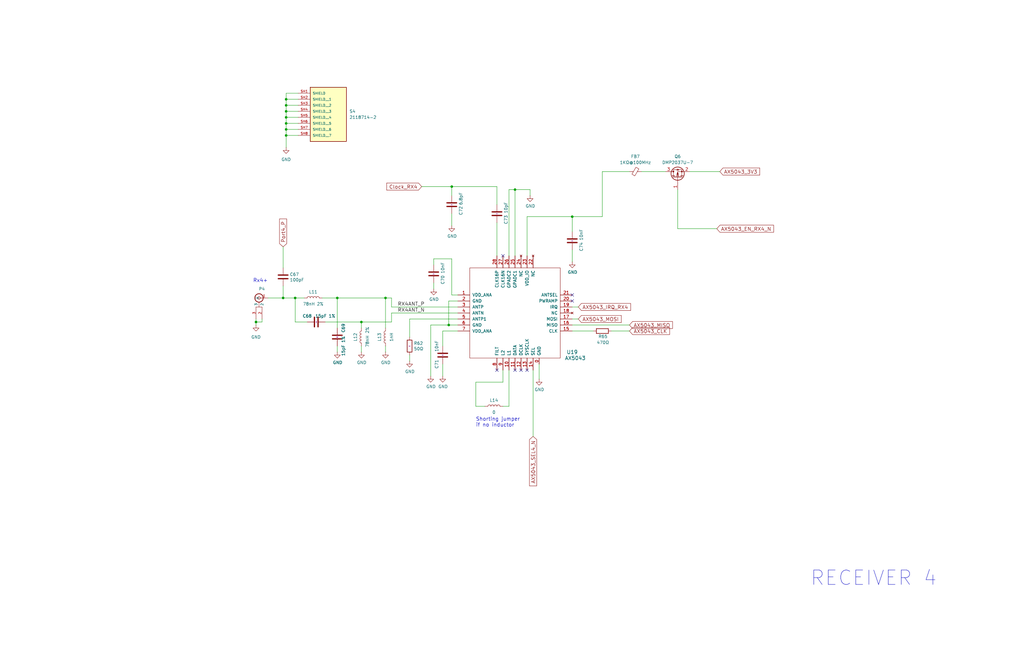
<source format=kicad_sch>
(kicad_sch (version 20250114) (generator "eeschema") (generator_version "9.0")
  (paper "USLedger")
  (title_block (title "Radiation Tolerant PacSat Communication") (date "2023-06-17") (rev "A") (company "AMSAT-NA") (comment 1 "N5BRG"))
  (lib_symbols
    (symbol "Device:C" (pin_numbers (hide yes)) (pin_names (offset 0.254))
      (property "Reference" "C" (at 0.635 2.54 0))
      (property "Value" "C" (at 0.635 -2.54 0))
      (symbol "C_0_1"
        (polyline (pts (xy -2.032 0.762) (xy 2.032 0.762)) (stroke (width 0.508)))
        (polyline (pts (xy -2.032 -0.762) (xy 2.032 -0.762)) (stroke (width 0.508)))
      )
      (symbol "C_1_1"
        (pin passive line (at 0 3.81 270) (length 2.794) (name "~") (number "1"))
        (pin passive line (at 0 -3.81 90) (length 2.794) (name "~") (number "2"))
      )
    )
    (symbol "Device:FerriteBead_Small" (pin_numbers (hide yes)) (pin_names (offset 0))
      (property "Reference" "FB" (at 1.905 1.27 0))
      (property "Value" "FerriteBead_Small" (at 1.905 -1.27 0))
      (symbol "FerriteBead_Small_0_1"
        (polyline (pts (xy -1.8288 0.2794) (xy -1.1176 1.4986) (xy 1.8288 -0.2032) (xy 1.1176 -1.4224) (xy -1.8288 0.2794)))
        (polyline (pts (xy 0 0.889) (xy 0 1.2954)))
        (polyline (pts (xy 0 -1.27) (xy 0 -0.7874)))
      )
      (symbol "FerriteBead_Small_1_1"
        (pin passive line (at 0 2.54 270) (length 1.27) (name "~") (number "1"))
        (pin passive line (at 0 -2.54 90) (length 1.27) (name "~") (number "2"))
      )
    )
    (symbol "Device:L" (pin_numbers (hide yes)) (pin_names (offset 1.016) (hide yes))
      (property "Reference" "L" (at -1.27 0 90))
      (property "Value" "L" (at 1.905 0 90))
      (symbol "L_0_1"
        (arc (start 0 2.54) (mid 0.6323 1.905) (end 0 1.27))
        (arc (start 0 1.27) (mid 0.6323 0.635) (end 0 0))
        (arc (start 0 0) (mid 0.6323 -0.635) (end 0 -1.27))
        (arc (start 0 -1.27) (mid 0.6323 -1.905) (end 0 -2.54))
      )
      (symbol "L_1_1"
        (pin passive line (at 0 3.81 270) (length 1.27) (name "1") (number "1"))
        (pin passive line (at 0 -3.81 90) (length 1.27) (name "2") (number "2"))
      )
    )
    (symbol "Device:R" (pin_numbers (hide yes)) (pin_names (offset 0))
      (property "Reference" "R" (at 2.032 0 90))
      (property "Value" "R" (at 0 0 90))
      (symbol "R_0_1"
        (rectangle (start -1.016 -2.54) (end 1.016 2.54) (stroke (width 0.254)))
      )
      (symbol "R_1_1"
        (pin passive line (at 0 3.81 270) (length 1.27) (name "~") (number "1"))
        (pin passive line (at 0 -3.81 90) (length 1.27) (name "~") (number "2"))
      )
    )
    (symbol "PACSAT_DEV_misc:2118714-2" (pin_names (offset 1.016))
      (property "Reference" "J" (at -7.62 3.302 0))
      (property "Value" "2118714-2" (at -7.62 -22.86 0))
      (symbol "2118714-2_0_0"
        (rectangle (start -7.62 -20.32) (end 7.62 2.54) (stroke (width 0.254)) (fill (type background)))
        (pin passive line (at -12.7 0 0) (length 5.08) (name "SHIELD") (number "SH1"))
        (pin passive line (at -12.7 -2.54 0) (length 5.08) (name "SHIELD__1") (number "SH2"))
        (pin passive line (at -12.7 -5.08 0) (length 5.08) (name "SHIELD__2") (number "SH3"))
        (pin passive line (at -12.7 -7.62 0) (length 5.08) (name "SHIELD__3") (number "SH4"))
        (pin passive line (at -12.7 -10.16 0) (length 5.08) (name "SHIELD__4") (number "SH5"))
        (pin passive line (at -12.7 -12.7 0) (length 5.08) (name "SHIELD__5") (number "SH6"))
        (pin passive line (at -12.7 -15.24 0) (length 5.08) (name "SHIELD__6") (number "SH7"))
        (pin passive line (at -12.7 -17.78 0) (length 5.08) (name "SHIELD__7") (number "SH8"))
      )
    )
    (symbol "PACSAT_DEV_misc:AX5043" (pin_names (offset 1.016))
      (property "Reference" "U156" (at 16.51 -21.59 0))
      (property "Value" "AX5043" (at -5.08 0 0))
      (symbol "AX5043_0_1"
        (rectangle (start -19.05 19.05) (end 19.05 -19.05))
      )
      (symbol "AX5043_1_1"
        (pin passive line (at -24.13 7.62 0) (length 5.08) (name "VDD_ANA") (number "1"))
        (pin input line (at -24.13 5.08 0) (length 5.08) (name "GND") (number "2"))
        (pin bidirectional line (at -24.13 2.54 0) (length 5.08) (name "ANTP") (number "3"))
        (pin bidirectional line (at -24.13 0 0) (length 5.08) (name "ANTN") (number "4"))
        (pin output line (at -24.13 -2.54 0) (length 5.08) (name "ANTP1") (number "5"))
        (pin input line (at -24.13 -5.08 0) (length 5.08) (name "GND") (number "6"))
        (pin passive line (at -24.13 -7.62 0) (length 5.08) (name "VDD_ANA") (number "7"))
        (pin passive line (at -7.62 24.13 270) (length 5.08) (name "CLK16P") (number "28"))
        (pin passive line (at -7.62 -24.13 90) (length 5.08) (name "FILT") (number "8"))
        (pin passive line (at -5.08 24.13 270) (length 5.08) (name "CLK16N") (number "27"))
        (pin passive line (at -5.08 -24.13 90) (length 5.08) (name "L2") (number "9"))
        (pin input line (at -2.54 24.13 270) (length 5.08) (name "GPADC2") (number "26"))
        (pin passive line (at -2.54 -24.13 90) (length 5.08) (name "L1") (number "10"))
        (pin input line (at 0 24.13 270) (length 5.08) (name "GPADC1") (number "25"))
        (pin input line (at 0 -24.13 90) (length 5.08) (name "DATA") (number "11"))
        (pin no_connect line (at 2.54 24.13 270) (length 5.08) (name "NC") (number "24"))
        (pin input line (at 2.54 -24.13 90) (length 5.08) (name "DCLK") (number "12"))
        (pin passive line (at 5.08 24.13 270) (length 5.08) (name "VDD_IO") (number "23"))
        (pin output line (at 5.08 -24.13 90) (length 5.08) (name "SYSCLK") (number "13"))
        (pin no_connect line (at 7.62 24.13 270) (length 5.08) (name "NC") (number "22"))
        (pin input line (at 7.62 -24.13 90) (length 5.08) (name "SEL") (number "14"))
        (pin power_in line (at 10.16 -21.59 90) (length 2.54) (name "GND") (number "0"))
        (pin output line (at 24.13 7.62 180) (length 5.08) (name "ANTSEL") (number "21"))
        (pin output line (at 24.13 5.08 180) (length 5.08) (name "PWRAMP") (number "20"))
        (pin output line (at 24.13 2.54 180) (length 5.08) (name "IRQ") (number "19"))
        (pin no_connect line (at 24.13 0 180) (length 5.08) (name "NC") (number "18"))
        (pin input line (at 24.13 -2.54 180) (length 5.08) (name "MOSI") (number "17"))
        (pin tri_state line (at 24.13 -5.08 180) (length 5.08) (name "MISO") (number "16"))
        (pin input line (at 24.13 -7.62 180) (length 5.08) (name "CLK") (number "15"))
      )
    )
    (symbol "PACSAT_DEV_misc:U_FL"
      (property "Reference" "U" (at -3.81 2.54 0))
      (symbol "U_FL_0_1"
        (polyline (pts (xy -1.27 -3.81) (xy 1.27 -3.81)))
        (circle (center 0 0) (radius 0.508) (stroke (width 0.2032)))
        (circle (center 0 0) (radius 1.778) (stroke (width 0.3048)))
        (polyline (pts (xy 0 -3.81) (xy 0 -1.778)))
      )
      (symbol "U_FL_1_1"
        (pin bidirectional line (at -3.81 0 0) (length 3.302) (name "In") (number "1"))
        (pin power_in line (at -1.27 -8.89 90) (length 5.08) (name "2") (number "2"))
        (pin power_in line (at 1.27 -8.89 90) (length 5.08) (name "3") (number "3"))
      )
    )
    (symbol "Transistor_FET:Q_PMOS_GSD" (pin_names (offset 0) (hide yes))
      (property "Reference" "Q" (at 5.08 1.905 0))
      (property "Value" "Q_PMOS_GSD" (at 5.08 0 0))
      (symbol "Q_PMOS_GSD_0_1"
        (polyline (pts (xy 0.254 1.905) (xy 0.254 -1.905)) (stroke (width 0.254)))
        (polyline (pts (xy 0.254 0) (xy -2.54 0)))
        (polyline (pts (xy 0.762 2.286) (xy 0.762 1.27)) (stroke (width 0.254)))
        (polyline (pts (xy 0.762 1.778) (xy 3.302 1.778) (xy 3.302 -1.778) (xy 0.762 -1.778)))
        (polyline (pts (xy 0.762 0.508) (xy 0.762 -0.508)) (stroke (width 0.254)))
        (polyline (pts (xy 0.762 -1.27) (xy 0.762 -2.286)) (stroke (width 0.254)))
        (circle (center 1.651 0) (radius 2.794) (stroke (width 0.254)))
        (polyline (pts (xy 2.286 0) (xy 1.27 0.381) (xy 1.27 -0.381) (xy 2.286 0)) (fill (type outline)))
        (polyline (pts (xy 2.54 2.54) (xy 2.54 1.778)))
        (circle (center 2.54 1.778) (radius 0.254) (fill (type outline)))
        (circle (center 2.54 -1.778) (radius 0.254) (fill (type outline)))
        (polyline (pts (xy 2.54 -2.54) (xy 2.54 0) (xy 0.762 0)))
        (polyline (pts (xy 2.921 -0.381) (xy 3.683 -0.381)))
        (polyline (pts (xy 3.302 -0.381) (xy 2.921 0.254) (xy 3.683 0.254) (xy 3.302 -0.381)))
      )
      (symbol "Q_PMOS_GSD_1_1"
        (pin input line (at -5.08 0 0) (length 2.54) (name "G") (number "1"))
        (pin passive line (at 2.54 5.08 270) (length 2.54) (name "D") (number "3"))
        (pin passive line (at 2.54 -5.08 90) (length 2.54) (name "S") (number "2"))
      )
    )
    (symbol "power:GND" (power) (pin_numbers (hide yes)) (pin_names (offset 0) (hide yes))
      (property "Value" "GND" (at 0 -3.81 0))
      (symbol "GND_0_1"
        (polyline (pts (xy 0 0) (xy 0 -1.27) (xy 1.27 -1.27) (xy 0 -2.54) (xy -1.27 -1.27) (xy 0 -1.27)))
      )
      (symbol "GND_1_1"
        (pin power_in line (at 0 0 270) (length 0) (name "~") (number "1"))
      )
    )
  )
  (text "RECEIVER 4" (at 341.63 247.65 0) (effects (font (size 6.096 6.096)) (justify left bottom)))
  (text "Shorting jumper\nif no inductor" (at 200.66 180.34 0) (effects (font (size 1.524 1.524)) (justify left bottom)))
  (text "Rx4+" (at 106.68 119.38 0) (effects (font (size 1.524 1.524)) (justify left bottom)))
  (junction (at 152.4 135.89))
  (junction (at 107.95 135.89))
  (junction (at 189.23 137.16))
  (junction (at 142.24 125.73))
  (junction (at 120.65 52.07))
  (junction (at 217.17 80.01))
  (junction (at 119.38 125.73))
  (junction (at 120.65 44.45))
  (junction (at 162.56 125.73))
  (junction (at 120.65 46.99))
  (junction (at 120.65 57.15))
  (junction (at 120.65 54.61))
  (junction (at 124.46 125.73))
  (junction (at 120.65 41.91))
  (junction (at 190.5 78.74))
  (junction (at 120.65 49.53))
  (junction (at 241.3 91.44))
  (no_connect (at 219.71 156.21))
  (no_connect (at 209.55 156.21))
  (no_connect (at 212.09 107.95))
  (no_connect (at 241.3 124.46))
  (no_connect (at 222.25 156.21))
  (no_connect (at 217.17 156.21))
  (no_connect (at 241.3 127))
  (wire (pts (xy 254 72.39) (xy 265.43 72.39)))
  (wire (pts (xy 190.5 109.22) (xy 182.88 109.22)))
  (wire (pts (xy 189.23 137.16) (xy 193.04 137.16)))
  (wire (pts (xy 162.56 146.05) (xy 162.56 148.59)))
  (wire (pts (xy 119.38 125.73) (xy 124.46 125.73)))
  (wire (pts (xy 241.3 91.44) (xy 254 91.44)))
  (wire (pts (xy 172.72 134.62) (xy 193.04 134.62)))
  (wire (pts (xy 107.95 135.89) (xy 110.49 135.89)))
  (wire (pts (xy 212.09 171.45) (xy 214.63 171.45)))
  (wire (pts (xy 217.17 80.01) (xy 217.17 107.95)))
  (wire (pts (xy 120.65 52.07) (xy 120.65 54.61)))
  (wire (pts (xy 177.8 78.74) (xy 190.5 78.74)))
  (wire (pts (xy 190.5 124.46) (xy 190.5 109.22)))
  (wire (pts (xy 209.55 93.98) (xy 209.55 107.95)))
  (wire (pts (xy 142.24 146.05) (xy 142.24 148.59)))
  (wire (pts (xy 120.65 44.45) (xy 120.65 46.99)))
  (wire (pts (xy 110.49 134.62) (xy 110.49 135.89)))
  (wire (pts (xy 142.24 125.73) (xy 142.24 138.43)))
  (wire (pts (xy 227.33 153.67) (xy 227.33 160.02)))
  (wire (pts (xy 285.75 96.52) (xy 302.26 96.52)))
  (wire (pts (xy 212.09 161.29) (xy 200.66 161.29)))
  (wire (pts (xy 120.65 39.37) (xy 125.73 39.37)))
  (wire (pts (xy 182.88 109.22) (xy 182.88 111.76)))
  (wire (pts (xy 241.3 97.79) (xy 241.3 91.44)))
  (wire (pts (xy 182.88 119.38) (xy 182.88 121.92)))
  (wire (pts (xy 120.65 54.61) (xy 125.73 54.61)))
  (wire (pts (xy 120.65 39.37) (xy 120.65 41.91)))
  (wire (pts (xy 107.95 134.62) (xy 107.95 135.89)))
  (wire (pts (xy 152.4 135.89) (xy 152.4 138.43)))
  (wire (pts (xy 120.65 52.07) (xy 125.73 52.07)))
  (wire (pts (xy 120.65 44.45) (xy 125.73 44.45)))
  (wire (pts (xy 181.61 137.16) (xy 189.23 137.16)))
  (wire (pts (xy 214.63 156.21) (xy 214.63 171.45)))
  (wire (pts (xy 119.38 120.65) (xy 119.38 125.73)))
  (wire (pts (xy 162.56 125.73) (xy 165.1 125.73)))
  (wire (pts (xy 120.65 46.99) (xy 120.65 49.53)))
  (wire (pts (xy 200.66 161.29) (xy 200.66 171.45)))
  (wire (pts (xy 193.04 127) (xy 189.23 127)))
  (wire (pts (xy 120.65 57.15) (xy 120.65 62.23)))
  (wire (pts (xy 222.25 91.44) (xy 241.3 91.44)))
  (wire (pts (xy 135.89 125.73) (xy 142.24 125.73)))
  (wire (pts (xy 241.3 129.54) (xy 243.84 129.54)))
  (wire (pts (xy 290.83 72.39) (xy 303.53 72.39)))
  (wire (pts (xy 120.65 41.91) (xy 120.65 44.45)))
  (wire (pts (xy 241.3 134.62) (xy 243.84 134.62)))
  (wire (pts (xy 224.79 156.21) (xy 224.79 184.15)))
  (wire (pts (xy 223.52 80.01) (xy 223.52 82.55)))
  (wire (pts (xy 165.1 129.54) (xy 193.04 129.54)))
  (wire (pts (xy 241.3 105.41) (xy 241.3 110.49)))
  (wire (pts (xy 120.65 46.99) (xy 125.73 46.99)))
  (wire (pts (xy 186.69 139.7) (xy 186.69 146.05)))
  (wire (pts (xy 285.75 80.01) (xy 285.75 96.52)))
  (wire (pts (xy 190.5 78.74) (xy 190.5 82.55)))
  (wire (pts (xy 222.25 107.95) (xy 222.25 91.44)))
  (wire (pts (xy 214.63 80.01) (xy 217.17 80.01)))
  (wire (pts (xy 270.51 72.39) (xy 280.67 72.39)))
  (wire (pts (xy 124.46 125.73) (xy 128.27 125.73)))
  (wire (pts (xy 190.5 90.17) (xy 190.5 95.25)))
  (wire (pts (xy 257.81 139.7) (xy 265.43 139.7)))
  (wire (pts (xy 193.04 124.46) (xy 190.5 124.46)))
  (wire (pts (xy 165.1 125.73) (xy 165.1 129.54)))
  (wire (pts (xy 142.24 125.73) (xy 162.56 125.73)))
  (wire (pts (xy 120.65 49.53) (xy 125.73 49.53)))
  (wire (pts (xy 209.55 78.74) (xy 209.55 86.36)))
  (wire (pts (xy 254 72.39) (xy 254 91.44)))
  (wire (pts (xy 181.61 158.75) (xy 181.61 137.16)))
  (wire (pts (xy 120.65 54.61) (xy 120.65 57.15)))
  (wire (pts (xy 113.03 125.73) (xy 119.38 125.73)))
  (wire (pts (xy 200.66 171.45) (xy 204.47 171.45)))
  (wire (pts (xy 120.65 41.91) (xy 125.73 41.91)))
  (wire (pts (xy 165.1 135.89) (xy 165.1 132.08)))
  (wire (pts (xy 137.16 135.89) (xy 152.4 135.89)))
  (wire (pts (xy 241.3 139.7) (xy 250.19 139.7)))
  (wire (pts (xy 241.3 137.16) (xy 265.43 137.16)))
  (wire (pts (xy 120.65 57.15) (xy 125.73 57.15)))
  (wire (pts (xy 217.17 80.01) (xy 223.52 80.01)))
  (wire (pts (xy 129.54 135.89) (xy 124.46 135.89)))
  (wire (pts (xy 172.72 134.62) (xy 172.72 142.24)))
  (wire (pts (xy 165.1 132.08) (xy 193.04 132.08)))
  (wire (pts (xy 120.65 49.53) (xy 120.65 52.07)))
  (wire (pts (xy 193.04 139.7) (xy 186.69 139.7)))
  (wire (pts (xy 119.38 104.14) (xy 119.38 113.03)))
  (wire (pts (xy 186.69 153.67) (xy 186.69 158.75)))
  (wire (pts (xy 189.23 127) (xy 189.23 137.16)))
  (wire (pts (xy 162.56 125.73) (xy 162.56 138.43)))
  (wire (pts (xy 107.95 135.89) (xy 107.95 137.16)))
  (wire (pts (xy 214.63 80.01) (xy 214.63 107.95)))
  (wire (pts (xy 152.4 135.89) (xy 165.1 135.89)))
  (wire (pts (xy 209.55 78.74) (xy 190.5 78.74)))
  (wire (pts (xy 212.09 156.21) (xy 212.09 161.29)))
  (wire (pts (xy 124.46 135.89) (xy 124.46 125.73)))
  (wire (pts (xy 172.72 149.86) (xy 172.72 152.4)))
  (wire (pts (xy 152.4 146.05) (xy 152.4 148.59)))
  (label "RX4ANT_N" (at 167.64 132.08 0) (effects (font (size 1.524 1.524))))
  (label "RX4ANT_P" (at 167.64 129.54 0) (effects (font (size 1.524 1.524))))
  (global_label "Clock_RX4" (shape input) (at 177.8 78.74 180) (effects (font (size 1.524 1.524))) (property "Intersheetrefs" "${INTERSHEET_REFS}" (effects (hide yes))))
  (global_label "Port4_P" (shape input) (at 119.38 104.14 90) (effects (font (size 1.524 1.524))) (property "Intersheetrefs" "${INTERSHEET_REFS}" (effects (hide yes))))
  (global_label "AX5043_MISO" (shape input) (at 265.43 137.16 0) (effects (font (size 1.524 1.524))) (property "Intersheetrefs" "${INTERSHEET_REFS}" (effects (hide yes))))
  (global_label "AX5043_3V3" (shape input) (at 303.53 72.39 0) (effects (font (size 1.524 1.524))) (property "Intersheetrefs" "${INTERSHEET_REFS}" (effects (hide yes))))
  (global_label "AX5043_IRQ_RX4" (shape input) (at 243.84 129.54 0) (effects (font (size 1.524 1.524))) (property "Intersheetrefs" "${INTERSHEET_REFS}" (effects (hide yes))))
  (global_label "AX5043_SEL4_N" (shape input) (at 224.79 184.15 270) (effects (font (size 1.524 1.524))) (property "Intersheetrefs" "${INTERSHEET_REFS}" (effects (hide yes))))
  (global_label "AX5043_EN_RX4_N" (shape input) (at 302.26 96.52 0) (effects (font (size 1.524 1.524))) (property "Intersheetrefs" "${INTERSHEET_REFS}" (effects (hide yes))))
  (global_label "AX5043_CLK" (shape input) (at 265.43 139.7 0) (effects (font (size 1.524 1.524))) (property "Intersheetrefs" "${INTERSHEET_REFS}" (effects (hide yes))))
  (global_label "AX5043_MOSI" (shape input) (at 243.84 134.62 0) (effects (font (size 1.524 1.524))) (property "Intersheetrefs" "${INTERSHEET_REFS}" (effects (hide yes))))
  (symbol (lib_id "power:GND") (at 142.24 148.59 0) (unit 1)
    (property "Reference" "#PWR0154" (effects (hide yes)))
    (property "Value" "GND" (at 142.367 152.9842 0))
  )
  (symbol (lib_id "power:GND") (at 227.33 160.02 0) (unit 1)
    (property "Reference" "#PWR0163" (effects (hide yes)))
    (property "Value" "GND" (at 227.457 164.4142 0))
  )
  (symbol (lib_id "Device:R") (at 172.72 146.05 0) (unit 1)
    (property "Reference" "R62" (at 174.498 144.8816 0) (effects (justify left)))
    (property "Value" "50Ω" (at 174.498 147.193 0) (effects (justify left)))
    (property "Footprint" "Resistor_SMD:R_0402_1005Metric_Pad0.72x0.64mm_HandSolder" (effects (hide yes)))
    (property "Datasheet" "~" (at 172.72 146.05 0))
  )
  (symbol (lib_id "Device:L") (at 208.28 171.45 90) (unit 1)
    (property "Reference" "L14" (at 208.28 168.91 90))
    (property "Value" "0" (at 208.28 173.99 90))
    (property "Footprint" "Inductor_SMD:L_0603_1608Metric_Pad1.05x0.95mm_HandSolder" (effects (hide yes)))
  )
  (symbol (lib_id "Device:C") (at 190.5 86.36 0) (unit 1)
    (property "Reference" "C72" (at 194.31 88.9 90))
    (property "Value" "6.8pF" (at 194.31 83.82 90))
    (property "Footprint" "Capacitor_SMD:C_0402_1005Metric_Pad0.74x0.62mm_HandSolder" (effects (hide yes)))
    (property "Datasheet" "~" (at 190.5 86.36 0))
  )
  (symbol (lib_id "Device:C") (at 209.55 90.17 0) (unit 1)
    (property "Reference" "C73" (at 213.36 92.71 90))
    (property "Value" "10pF" (at 213.36 87.63 90))
    (property "Footprint" "Capacitor_SMD:C_0402_1005Metric_Pad0.74x0.62mm_HandSolder" (effects (hide yes)))
    (property "Datasheet" "~" (at 209.55 90.17 0))
  )
  (symbol (lib_id "power:GND") (at 162.56 148.59 0) (unit 1)
    (property "Reference" "#PWR0156" (effects (hide yes)))
    (property "Value" "GND" (at 162.687 152.9842 0))
  )
  (symbol (lib_id "power:GND") (at 107.95 137.16 0) (unit 1)
    (property "Reference" "#PWR0152" (effects (hide yes)))
    (property "Value" "GND" (at 107.95 142.24 0))
  )
  (symbol (lib_id "power:GND") (at 182.88 121.92 0) (unit 1)
    (property "Reference" "#PWR0159" (effects (hide yes)))
    (property "Value" "GND" (at 183.007 126.3142 0))
  )
  (symbol (lib_id "power:GND") (at 172.72 152.4 0) (unit 1)
    (property "Reference" "#PWR0157" (effects (hide yes)))
    (property "Value" "GND" (at 172.847 156.7942 0))
  )
  (symbol (lib_id "power:GND") (at 190.5 95.25 0) (unit 1)
    (property "Reference" "#PWR0161" (effects (hide yes)))
    (property "Value" "GND" (at 190.627 99.6442 0))
  )
  (symbol (lib_id "Device:R") (at 254 139.7 90) (unit 1)
    (property "Reference" "R65" (at 254.254 141.986 90))
    (property "Value" "470Ω" (at 254.254 144.526 90))
    (property "Footprint" "Resistor_SMD:R_0402_1005Metric_Pad0.72x0.64mm_HandSolder" (effects (hide yes)))
    (property "Description" "Resistor" (effects (hide yes)))
  )
  (symbol (lib_id "power:GND") (at 223.52 82.55 0) (unit 1)
    (property "Reference" "#PWR0162" (effects (hide yes)))
    (property "Value" "GND" (at 223.647 86.9442 0))
  )
  (symbol (lib_id "PACSAT_DEV_misc:U_FL") (at 109.22 125.73 0) (mirror y) (unit 1)
    (property "Reference" "P4" (at 111.76 121.92 0) (effects (justify left)))
    (property "Value" "CONUFL001-SMD-T" (effects (hide yes)))
    (property "Footprint" "PacSatDev_misc:CONN1_CONUFL_TEC" (effects (hide yes)))
  )
  (symbol (lib_id "power:GND") (at 181.61 158.75 0) (unit 1)
    (property "Reference" "#PWR0158" (effects (hide yes)))
    (property "Value" "GND" (at 181.737 163.1442 0))
  )
  (symbol (lib_id "Device:L") (at 152.4 142.24 180) (unit 1)
    (property "Reference" "L12" (at 149.86 142.24 90))
    (property "Value" "78nH 2%" (at 154.94 142.24 90))
    (property "Footprint" "Inductor_SMD:L_0603_1608Metric_Pad1.05x0.95mm_HandSolder" (effects (hide yes)))
  )
  (symbol (lib_id "Device:L") (at 132.08 125.73 90) (unit 1)
    (property "Reference" "L11" (at 132.08 123.19 90))
    (property "Value" "78nH 2%" (at 132.08 128.27 90))
    (property "Footprint" "Inductor_SMD:L_0603_1608Metric_Pad1.05x0.95mm_HandSolder" (effects (hide yes)))
  )
  (symbol (lib_id "PACSAT_DEV_misc:2118714-2") (at 138.43 39.37 0) (unit 1)
    (property "Reference" "S4" (at 147.32 46.9899 0) (effects (justify left)))
    (property "Value" "2118714-2" (at 147.32 49.5299 0) (effects (justify left)))
    (property "Footprint" "PacSatDev_misc:TE_2118714-2" (effects (hide yes)))
    (property "PARTREV" "A2" (effects (hide yes)))
    (property "MANUFACTURER" "TE Connectivity" (effects (hide yes)))
    (property "MAXIMUM_PACKAGE_HEIGHT" "2.54mm" (effects (hide yes)))
    (property "STANDARD" "Manufacturer Recommendations" (effects (hide yes)))
  )
  (symbol (lib_id "Device:C") (at 182.88 115.57 0) (unit 1)
    (property "Reference" "C70" (at 186.69 118.11 90))
    (property "Value" "10nF" (at 186.69 113.03 90))
    (property "Footprint" "Capacitor_SMD:C_0402_1005Metric_Pad0.74x0.62mm_HandSolder" (effects (hide yes)))
    (property "Datasheet" "~" (at 182.88 115.57 0))
  )
  (symbol (lib_id "power:GND") (at 152.4 148.59 0) (unit 1)
    (property "Reference" "#PWR0155" (effects (hide yes)))
    (property "Value" "GND" (at 152.527 152.9842 0))
  )
  (symbol (lib_id "Transistor_FET:Q_PMOS_GSD") (at 285.75 74.93 90) (unit 1)
    (property "Reference" "Q6" (at 285.75 66.04 90))
    (property "Value" "DMP2037U-7" (at 285.75 68.58 90))
    (property "Footprint" "Package_TO_SOT_SMD:SOT-23" (effects (hide yes)))
    (property "Description" "P-MOSFET transistor, gate/source/drain" (effects (hide yes)))
  )
  (symbol (lib_id "power:GND") (at 241.3 110.49 0) (unit 1)
    (property "Reference" "#PWR0165" (effects (hide yes)))
    (property "Value" "GND" (at 241.427 114.8842 0))
  )
  (symbol (lib_id "Device:FerriteBead_Small") (at 267.97 72.39 90) (unit 1)
    (property "Reference" "FB7" (at 267.9319 66.04 90))
    (property "Value" "1KΩ@100MHz" (at 267.9319 68.58 90))
    (property "Footprint" "Inductor_SMD:L_0603_1608Metric_Pad1.05x0.95mm_HandSolder" (effects (hide yes)))
    (property "Description" "FerriteBead_Small" (effects (hide yes)))
  )
  (symbol (lib_id "Device:C") (at 142.24 142.24 180) (unit 1)
    (property "Reference" "C69" (at 144.78 138.43 90))
    (property "Value" "15pF 1%" (at 144.78 146.05 90))
    (property "Footprint" "Capacitor_SMD:C_0402_1005Metric_Pad0.74x0.62mm_HandSolder" (effects (hide yes)))
    (property "Datasheet" "~" (at 142.24 142.24 0))
  )
  (symbol (lib_id "power:GND") (at 186.69 158.75 0) (unit 1)
    (property "Reference" "#PWR0160" (effects (hide yes)))
    (property "Value" "GND" (at 186.817 163.1442 0))
  )
  (symbol (lib_id "PACSAT_DEV_misc:AX5043") (at 217.17 132.08 0) (unit 1)
    (property "Reference" "U19" (at 241.3 148.59 0) (effects (font (size 1.524 1.524))))
    (property "Value" "AX5043" (at 242.57 151.13 0) (effects (font (size 1.524 1.524))))
    (property "Footprint" "PacSatDev_onsemi:QFN28" (effects (hide yes)))
  )
  (symbol (lib_id "power:GND") (at 120.65 62.23 0) (unit 1)
    (property "Reference" "#PWR0153" (effects (hide yes)))
    (property "Value" "GND" (at 120.65 67.31 0))
  )
  (symbol (lib_id "Device:C") (at 133.35 135.89 270) (unit 1)
    (property "Reference" "C68" (at 129.54 133.35 90))
    (property "Value" "15pF 1%" (at 137.16 133.35 90))
    (property "Footprint" "Capacitor_SMD:C_0402_1005Metric_Pad0.74x0.62mm_HandSolder" (effects (hide yes)))
    (property "Datasheet" "~" (at 133.35 135.89 0))
  )
  (symbol (lib_id "Device:C") (at 241.3 101.6 0) (unit 1)
    (property "Reference" "C74" (at 245.11 104.14 90))
    (property "Value" "10nF" (at 245.11 99.06 90))
    (property "Footprint" "Capacitor_SMD:C_0402_1005Metric_Pad0.74x0.62mm_HandSolder" (effects (hide yes)))
    (property "Datasheet" "~" (at 241.3 101.6 0))
  )
  (symbol (lib_id "Device:L") (at 162.56 142.24 180) (unit 1)
    (property "Reference" "L13" (at 160.02 142.24 90))
    (property "Value" "1nH" (at 165.1 142.24 90))
    (property "Footprint" "Inductor_SMD:L_0402_1005Metric_Pad0.77x0.64mm_HandSolder" (effects (hide yes)))
  )
  (symbol (lib_id "Device:C") (at 119.38 116.84 0) (unit 1)
    (property "Reference" "C67" (at 122.174 115.7986 0) (effects (justify left)))
    (property "Value" "100pF" (at 122.174 118.11 0) (effects (justify left)))
    (property "Footprint" "Capacitor_SMD:C_0402_1005Metric_Pad0.74x0.62mm_HandSolder" (effects (hide yes)))
    (property "Description" "Unpolarized capacitor" (effects (hide yes)))
  )
  (symbol (lib_id "Device:C") (at 186.69 149.86 0) (unit 1)
    (property "Reference" "C71" (at 184.15 153.67 90))
    (property "Value" "10nF" (at 184.15 146.05 90))
    (property "Footprint" "Capacitor_SMD:C_0402_1005Metric_Pad0.74x0.62mm_HandSolder" (effects (hide yes)))
    (property "Datasheet" "~" (at 186.69 149.86 0))
  )
)
</source>
